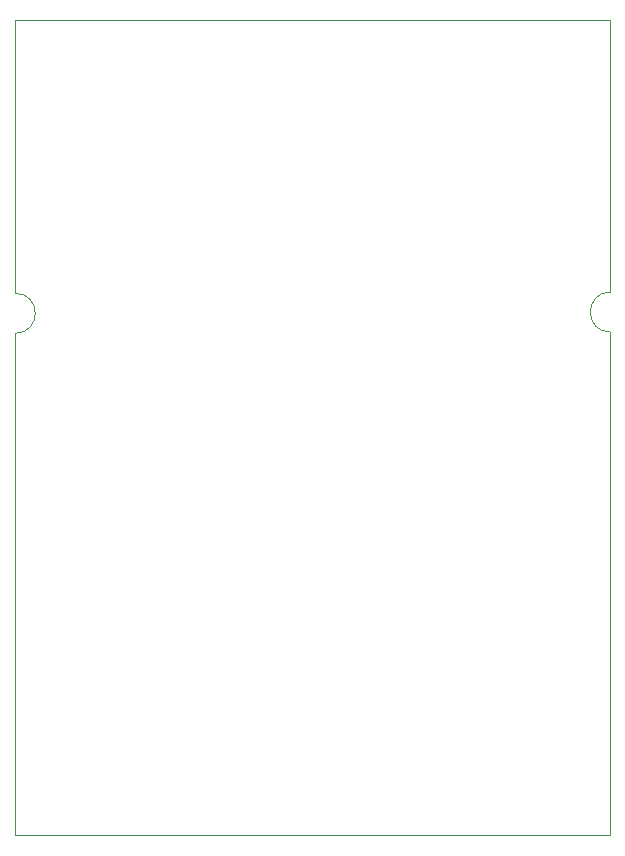
<source format=gbr>
%TF.GenerationSoftware,KiCad,Pcbnew,8.0.5*%
%TF.CreationDate,2025-02-14T14:12:51-08:00*%
%TF.ProjectId,RelayDriver,52656c61-7944-4726-9976-65722e6b6963,A*%
%TF.SameCoordinates,Original*%
%TF.FileFunction,Profile,NP*%
%FSLAX46Y46*%
G04 Gerber Fmt 4.6, Leading zero omitted, Abs format (unit mm)*
G04 Created by KiCad (PCBNEW 8.0.5) date 2025-02-14 14:12:51*
%MOMM*%
%LPD*%
G01*
G04 APERTURE LIST*
%TA.AperFunction,Profile*%
%ADD10C,0.050000*%
%TD*%
G04 APERTURE END LIST*
D10*
X166600000Y-129500000D02*
X166600000Y-86900000D01*
X116200000Y-129500000D02*
X166600000Y-129500000D01*
X166600000Y-60500000D02*
X116200000Y-60500000D01*
X166600000Y-86900000D02*
G75*
G02*
X166600000Y-83500000I0J1700000D01*
G01*
X166600000Y-83500000D02*
X166600000Y-60500000D01*
X116200000Y-87000000D02*
X116200000Y-129500000D01*
X116200000Y-83600000D02*
G75*
G02*
X116200000Y-87000000I0J-1700000D01*
G01*
X116200000Y-60500000D02*
X116200000Y-83600000D01*
M02*

</source>
